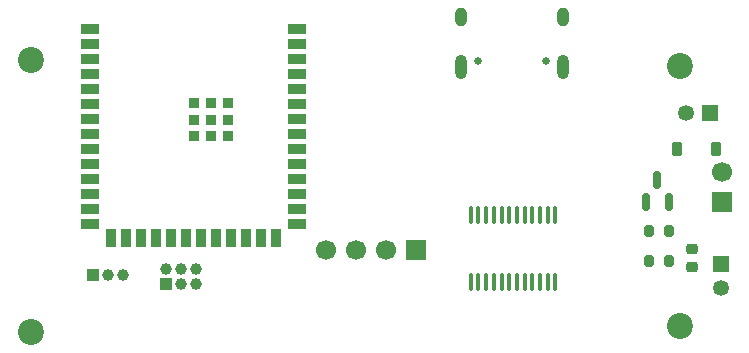
<source format=gbr>
%TF.GenerationSoftware,KiCad,Pcbnew,9.0.1*%
%TF.CreationDate,2025-11-02T10:59:13-06:00*%
%TF.ProjectId,OM-FlexGrid-Rigid-PCB,4f4d2d46-6c65-4784-9772-69642d526967,rev?*%
%TF.SameCoordinates,Original*%
%TF.FileFunction,Soldermask,Bot*%
%TF.FilePolarity,Negative*%
%FSLAX46Y46*%
G04 Gerber Fmt 4.6, Leading zero omitted, Abs format (unit mm)*
G04 Created by KiCad (PCBNEW 9.0.1) date 2025-11-02 10:59:13*
%MOMM*%
%LPD*%
G01*
G04 APERTURE LIST*
G04 Aperture macros list*
%AMRoundRect*
0 Rectangle with rounded corners*
0 $1 Rounding radius*
0 $2 $3 $4 $5 $6 $7 $8 $9 X,Y pos of 4 corners*
0 Add a 4 corners polygon primitive as box body*
4,1,4,$2,$3,$4,$5,$6,$7,$8,$9,$2,$3,0*
0 Add four circle primitives for the rounded corners*
1,1,$1+$1,$2,$3*
1,1,$1+$1,$4,$5*
1,1,$1+$1,$6,$7*
1,1,$1+$1,$8,$9*
0 Add four rect primitives between the rounded corners*
20,1,$1+$1,$2,$3,$4,$5,0*
20,1,$1+$1,$4,$5,$6,$7,0*
20,1,$1+$1,$6,$7,$8,$9,0*
20,1,$1+$1,$8,$9,$2,$3,0*%
G04 Aperture macros list end*
%ADD10R,1.000000X1.000000*%
%ADD11C,1.000000*%
%ADD12R,1.350000X1.350000*%
%ADD13C,1.350000*%
%ADD14C,2.200000*%
%ADD15R,1.700000X1.700000*%
%ADD16C,1.700000*%
%ADD17C,0.650000*%
%ADD18O,1.000000X2.100000*%
%ADD19O,1.000000X1.600000*%
%ADD20RoundRect,0.100000X0.100000X-0.637500X0.100000X0.637500X-0.100000X0.637500X-0.100000X-0.637500X0*%
%ADD21RoundRect,0.150000X0.150000X-0.587500X0.150000X0.587500X-0.150000X0.587500X-0.150000X-0.587500X0*%
%ADD22R,1.498600X0.812800*%
%ADD23R,0.812800X1.498600*%
%ADD24R,0.889000X0.889000*%
%ADD25RoundRect,0.200000X-0.200000X-0.275000X0.200000X-0.275000X0.200000X0.275000X-0.200000X0.275000X0*%
%ADD26RoundRect,0.225000X0.250000X-0.225000X0.250000X0.225000X-0.250000X0.225000X-0.250000X-0.225000X0*%
%ADD27RoundRect,0.225000X0.225000X0.375000X-0.225000X0.375000X-0.225000X-0.375000X0.225000X-0.375000X0*%
G04 APERTURE END LIST*
D10*
%TO.C,J1*%
X168480000Y-122500000D03*
D11*
X168480000Y-121230000D03*
X169750000Y-122500000D03*
X169750000Y-121230000D03*
X171020000Y-122500000D03*
X171020000Y-121230000D03*
%TD*%
D12*
%TO.C,J7*%
X215450000Y-120800000D03*
D13*
X215450000Y-122800000D03*
%TD*%
D14*
%TO.C,H1*%
X157000000Y-103500000D03*
%TD*%
D15*
%TO.C,J2*%
X215500000Y-115500000D03*
D16*
X215500000Y-112960000D03*
%TD*%
D14*
%TO.C,H4*%
X157000000Y-126500000D03*
%TD*%
%TO.C,H2*%
X212000000Y-104000000D03*
%TD*%
D15*
%TO.C,SCRN1*%
X189600000Y-119600000D03*
D16*
X187060000Y-119600000D03*
X184520000Y-119600000D03*
X181980000Y-119600000D03*
%TD*%
D14*
%TO.C,H3*%
X212000000Y-126000000D03*
%TD*%
D17*
%TO.C,J4*%
X200640000Y-103555000D03*
X194860000Y-103555000D03*
D18*
X202070000Y-104085000D03*
D19*
X202070000Y-99905000D03*
D18*
X193430000Y-104085000D03*
D19*
X193430000Y-99905000D03*
%TD*%
D10*
%TO.C,J6*%
X162230000Y-121750000D03*
D11*
X163500000Y-121750000D03*
X164770000Y-121750000D03*
%TD*%
D20*
%TO.C,U1*%
X201400000Y-122325000D03*
X200750000Y-122325000D03*
X200100000Y-122325000D03*
X199450000Y-122325000D03*
X198800000Y-122325000D03*
X198150000Y-122325000D03*
X197500000Y-122325000D03*
X196850000Y-122325000D03*
X196200000Y-122325000D03*
X195550000Y-122325000D03*
X194900000Y-122325000D03*
X194250000Y-122325000D03*
X194250000Y-116600000D03*
X194900000Y-116600000D03*
X195550000Y-116600000D03*
X196200000Y-116600000D03*
X196850000Y-116600000D03*
X197500000Y-116600000D03*
X198150000Y-116600000D03*
X198800000Y-116600000D03*
X199450000Y-116600000D03*
X200100000Y-116600000D03*
X200750000Y-116600000D03*
X201400000Y-116600000D03*
%TD*%
D21*
%TO.C,Q1*%
X211000000Y-115500000D03*
X209100000Y-115500000D03*
X210050000Y-113625000D03*
%TD*%
D22*
%TO.C,U2*%
X179500000Y-100840000D03*
X179500000Y-102110000D03*
X179500000Y-103380000D03*
X179500000Y-104650000D03*
X179500000Y-105920000D03*
X179500000Y-107190000D03*
X179500000Y-108460000D03*
X179500000Y-109730000D03*
X179500000Y-111000000D03*
X179500000Y-112270000D03*
X179500000Y-113540000D03*
X179500000Y-114810000D03*
X179500000Y-116080000D03*
X179500000Y-117350000D03*
D23*
X177735000Y-118600000D03*
X176465000Y-118600000D03*
X175195000Y-118600000D03*
X173925000Y-118600000D03*
X172655000Y-118600000D03*
X171385000Y-118600000D03*
X170115000Y-118600000D03*
X168845000Y-118600000D03*
X167575000Y-118600000D03*
X166305000Y-118600000D03*
X165035000Y-118600000D03*
X163765000Y-118600000D03*
D22*
X162000000Y-117350000D03*
X162000000Y-116080000D03*
X162000000Y-114810000D03*
X162000000Y-113540000D03*
X162000000Y-112270000D03*
X162000000Y-111000000D03*
X162000000Y-109730000D03*
X162000000Y-108460000D03*
X162000000Y-107190000D03*
X162000000Y-105920000D03*
X162000000Y-104650000D03*
X162000000Y-103380000D03*
X162000000Y-102110000D03*
X162000000Y-100840000D03*
D24*
X172250000Y-108560000D03*
X173650000Y-107160000D03*
X173650000Y-108560000D03*
X173650000Y-109960000D03*
X172250000Y-109960000D03*
X170850000Y-109960000D03*
X170850000Y-108560000D03*
X170850000Y-107160000D03*
X172250000Y-107160000D03*
%TD*%
D12*
%TO.C,J5*%
X214500000Y-108000000D03*
D13*
X212500000Y-108000000D03*
%TD*%
D25*
%TO.C,R10*%
X209350000Y-120500000D03*
X211000000Y-120500000D03*
%TD*%
D26*
%TO.C,C9*%
X213000000Y-121050000D03*
X213000000Y-119500000D03*
%TD*%
D25*
%TO.C,R11*%
X209350000Y-118000000D03*
X211000000Y-118000000D03*
%TD*%
D27*
%TO.C,D4*%
X215000000Y-111000000D03*
X211700000Y-111000000D03*
%TD*%
M02*

</source>
